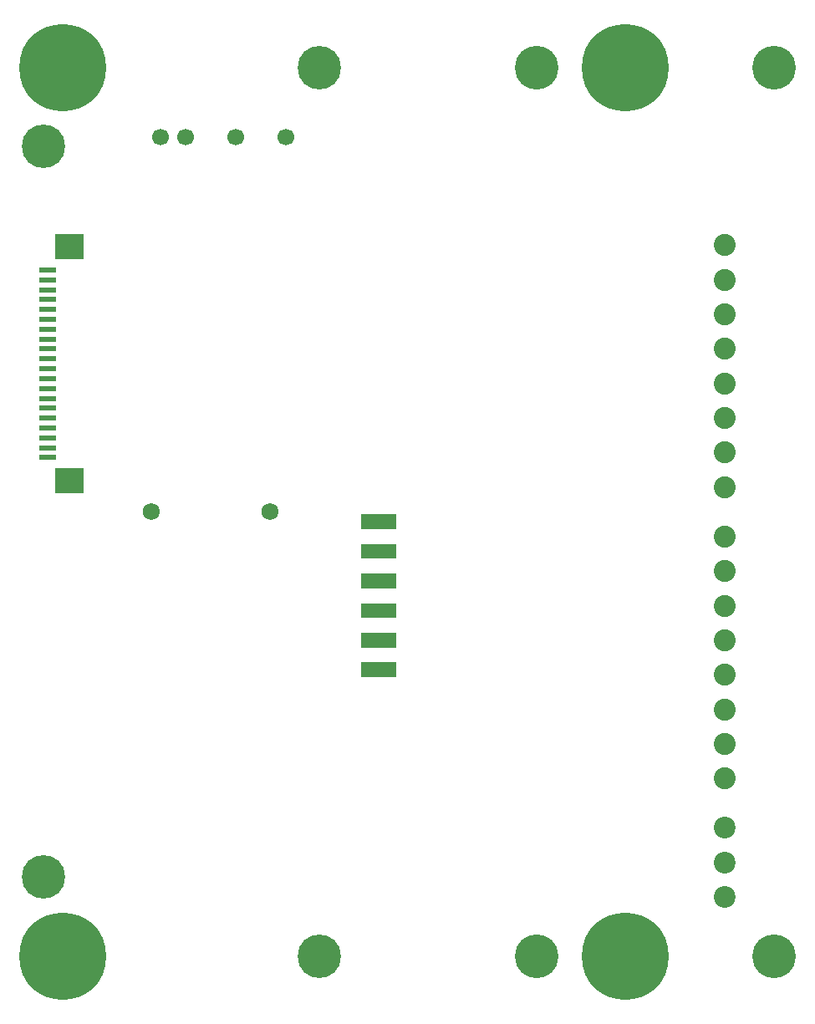
<source format=gbr>
%TF.GenerationSoftware,KiCad,Pcbnew,9.0.6*%
%TF.CreationDate,2025-12-10T15:25:16+03:00*%
%TF.ProjectId,PMCNV-PWMx16,504d434e-562d-4505-974d-7831362e6b69,rev?*%
%TF.SameCoordinates,PX3dfd240PY5f5e100*%
%TF.FileFunction,Soldermask,Bot*%
%TF.FilePolarity,Negative*%
%FSLAX46Y46*%
G04 Gerber Fmt 4.6, Leading zero omitted, Abs format (unit mm)*
G04 Created by KiCad (PCBNEW 9.0.6) date 2025-12-10 15:25:16*
%MOMM*%
%LPD*%
G01*
G04 APERTURE LIST*
%ADD10C,4.420000*%
%ADD11C,2.220000*%
%ADD12C,8.800000*%
%ADD13C,2.200000*%
%ADD14C,4.400000*%
%ADD15C,1.700000*%
%ADD16C,1.725000*%
%ADD17R,1.800000X0.600000*%
%ADD18R,3.000000X2.600000*%
G04 APERTURE END LIST*
%TO.C,JP10*%
G36*
X-4800000Y-13750000D02*
G01*
X-1200000Y-13750000D01*
X-1200000Y-12250000D01*
X-4800000Y-12250000D01*
X-4800000Y-13750000D01*
G37*
%TO.C,JP6*%
G36*
X-4800000Y-4750000D02*
G01*
X-1200000Y-4750000D01*
X-1200000Y-3250000D01*
X-4800000Y-3250000D01*
X-4800000Y-4750000D01*
G37*
%TO.C,JP11*%
G36*
X-4800000Y-16750000D02*
G01*
X-1200000Y-16750000D01*
X-1200000Y-15250000D01*
X-4800000Y-15250000D01*
X-4800000Y-16750000D01*
G37*
%TO.C,JP7*%
G36*
X-4800000Y-7750000D02*
G01*
X-1200000Y-7750000D01*
X-1200000Y-6250000D01*
X-4800000Y-6250000D01*
X-4800000Y-7750000D01*
G37*
%TO.C,JP9*%
G36*
X-4800000Y-10750000D02*
G01*
X-1200000Y-10750000D01*
X-1200000Y-9250000D01*
X-4800000Y-9250000D01*
X-4800000Y-10750000D01*
G37*
%TO.C,JP5*%
G36*
X-4800000Y-1750000D02*
G01*
X-1200000Y-1750000D01*
X-1200000Y-250000D01*
X-4800000Y-250000D01*
X-4800000Y-1750000D01*
G37*
%TD*%
D10*
%TO.C,SP1*%
X13000000Y45000000D03*
X13000000Y-45000000D03*
X37000000Y45000000D03*
X37000000Y-45000000D03*
%TD*%
D11*
%TO.C,J1*%
X32000000Y2500000D03*
X32000000Y6000000D03*
X32000000Y9500000D03*
X32000000Y13000000D03*
X32000000Y16500000D03*
X32000000Y20000000D03*
X32000000Y23500000D03*
X32000000Y27000000D03*
%TD*%
%TO.C,J2*%
X32000000Y-27000000D03*
X32000000Y-23500000D03*
X32000000Y-20000000D03*
X32000000Y-16500000D03*
X32000000Y-13000000D03*
X32000000Y-9500000D03*
X32000000Y-6000000D03*
X32000000Y-2500000D03*
%TD*%
D12*
%TO.C,H1*%
X22000000Y45000000D03*
%TD*%
%TO.C,H2*%
X-35000000Y45000000D03*
%TD*%
%TO.C,H4*%
X-35000000Y-45000000D03*
%TD*%
%TO.C,H3*%
X22000000Y-45000000D03*
%TD*%
D13*
%TO.C,J3*%
X32000000Y-39000000D03*
X32000000Y-35500000D03*
X32000000Y-32000000D03*
%TD*%
D14*
%TO.C,U1*%
X-37000000Y37000000D03*
X-37000000Y-37000000D03*
X-9000000Y45000000D03*
X-9000000Y-45000000D03*
%TD*%
D15*
%TO.C,PS1*%
X-25120000Y38000000D03*
X-22580000Y38000000D03*
X-17500000Y38000000D03*
X-12420000Y38000000D03*
%TD*%
D16*
%TO.C,U3*%
X-26000000Y-249D03*
%TD*%
%TO.C,U4*%
X-14000000Y0D03*
%TD*%
D17*
%TO.C,JM2*%
X-36546000Y24500000D03*
X-36546000Y23500000D03*
X-36546000Y22500000D03*
X-36546000Y21500000D03*
X-36546000Y20500000D03*
X-36546000Y19500000D03*
X-36546000Y18500000D03*
X-36546000Y17500000D03*
X-36546000Y16500000D03*
X-36546000Y15500000D03*
X-36546000Y14500000D03*
X-36546000Y13500000D03*
X-36546000Y12500000D03*
X-36546000Y11500000D03*
X-36546000Y10500000D03*
X-36546000Y9500000D03*
X-36546000Y8500000D03*
X-36546000Y7500000D03*
X-36546000Y6500000D03*
X-36546000Y5500000D03*
D18*
X-34375000Y26850000D03*
X-34375000Y3150000D03*
%TD*%
M02*

</source>
